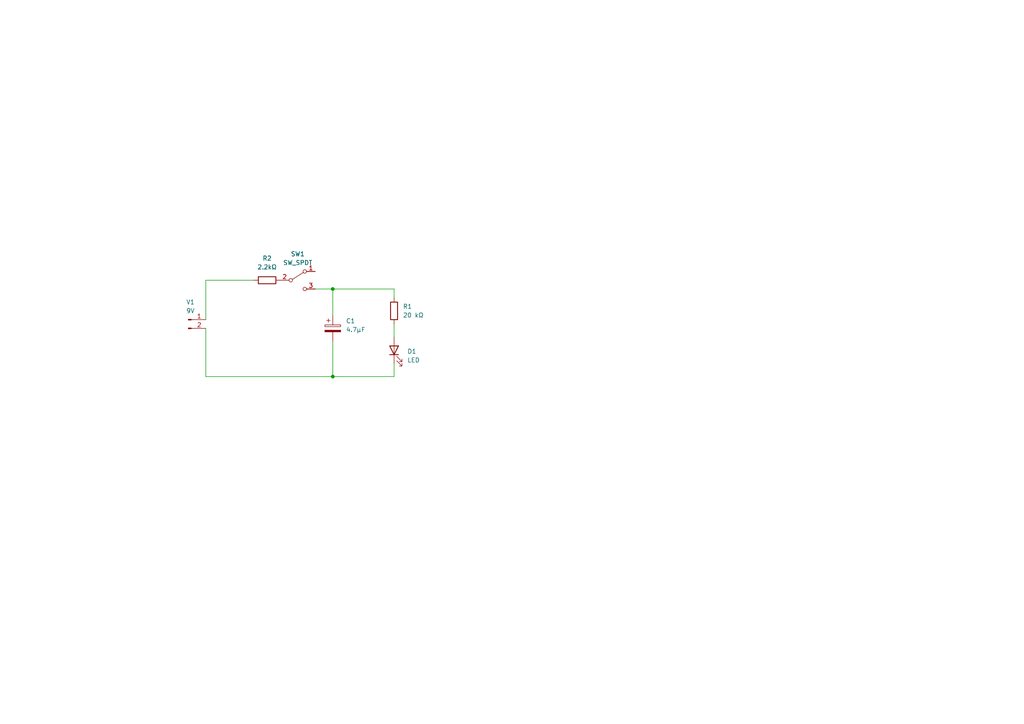
<source format=kicad_sch>
(kicad_sch (version 20211123) (generator eeschema)
  (paper "A4")
  (lib_symbols
    (symbol "Connector:Conn_01x02_Male" (pin_names (offset 1.016) hide)
      (property "Reference" "J" (at 0 2.54 0))
      (property "Value" "Conn_01x02_Male" (at 0 -5.08 0))
      (symbol "Conn_01x02_Male_1_1"
        (polyline (pts (xy 1.27 -2.54) (xy 0.8636 -2.54)) (stroke (width 0.1524)))
        (polyline (pts (xy 1.27 0) (xy 0.8636 0)) (stroke (width 0.1524)))
        (rectangle (start 0.8636 -2.413) (end 0 -2.667) (stroke (width 0.1524)) (fill (type outline)))
        (rectangle (start 0.8636 0.127) (end 0 -0.127) (stroke (width 0.1524)) (fill (type outline)))
        (pin passive line (at 5.08 0 180) (length 3.81) (name "Pin_1") (number "1"))
        (pin passive line (at 5.08 -2.54 180) (length 3.81) (name "Pin_2") (number "2"))
      )
    )
    (symbol "Device:C_Polarized" (pin_numbers hide) (pin_names (offset 0.254))
      (property "Reference" "C" (at 0.635 2.54 0))
      (property "Value" "C_Polarized" (at 0.635 -2.54 0))
      (symbol "C_Polarized_0_1"
        (rectangle (start -2.286 0.508) (end 2.286 1.016))
        (polyline (pts (xy -1.778 2.286) (xy -0.762 2.286)))
        (polyline (pts (xy -1.27 2.794) (xy -1.27 1.778)))
        (rectangle (start 2.286 -0.508) (end -2.286 -1.016) (fill (type outline)))
      )
      (symbol "C_Polarized_1_1"
        (pin passive line (at 0 3.81 270) (length 2.794) (name "~") (number "1"))
        (pin passive line (at 0 -3.81 90) (length 2.794) (name "~") (number "2"))
      )
    )
    (symbol "Device:LED" (pin_numbers hide) (pin_names (offset 1.016) hide)
      (property "Reference" "D" (at 0 2.54 0))
      (property "Value" "LED" (at 0 -2.54 0))
      (symbol "LED_0_1"
        (polyline (pts (xy -1.27 -1.27) (xy -1.27 1.27)) (stroke (width 0.254)))
        (polyline (pts (xy -1.27 0) (xy 1.27 0)))
        (polyline (pts (xy 1.27 -1.27) (xy 1.27 1.27) (xy -1.27 0) (xy 1.27 -1.27)) (stroke (width 0.254)))
        (polyline (pts (xy -3.048 -0.762) (xy -4.572 -2.286) (xy -3.81 -2.286) (xy -4.572 -2.286) (xy -4.572 -1.524)))
        (polyline (pts (xy -1.778 -0.762) (xy -3.302 -2.286) (xy -2.54 -2.286) (xy -3.302 -2.286) (xy -3.302 -1.524)))
      )
      (symbol "LED_1_1"
        (pin passive line (at -3.81 0 0) (length 2.54) (name "K") (number "1"))
        (pin passive line (at 3.81 0 180) (length 2.54) (name "A") (number "2"))
      )
    )
    (symbol "Device:R" (pin_numbers hide) (pin_names (offset 0))
      (property "Reference" "R" (at 2.032 0 90))
      (property "Value" "R" (at 0 0 90))
      (symbol "R_0_1"
        (rectangle (start -1.016 -2.54) (end 1.016 2.54) (stroke (width 0.254)))
      )
      (symbol "R_1_1"
        (pin passive line (at 0 3.81 270) (length 1.27) (name "~") (number "1"))
        (pin passive line (at 0 -3.81 90) (length 1.27) (name "~") (number "2"))
      )
    )
    (symbol "Switch:SW_SPDT" (pin_names (offset 0) hide)
      (property "Reference" "SW" (at 0 4.318 0))
      (property "Value" "SW_SPDT" (at 0 -5.08 0))
      (symbol "SW_SPDT_0_0"
        (circle (center -2.032 0) (radius 0.508))
        (circle (center 2.032 -2.54) (radius 0.508))
      )
      (symbol "SW_SPDT_0_1"
        (polyline (pts (xy -1.524 0.254) (xy 1.651 2.286)))
        (circle (center 2.032 2.54) (radius 0.508))
      )
      (symbol "SW_SPDT_1_1"
        (pin passive line (at 5.08 2.54 180) (length 2.54) (name "A") (number "1"))
        (pin passive line (at -5.08 0 0) (length 2.54) (name "B") (number "2"))
        (pin passive line (at 5.08 -2.54 180) (length 2.54) (name "C") (number "3"))
      )
    )
  )
  (junction (at 96.52 83.82))
  (junction (at 96.52 109.22))
  (wire (pts (xy 114.3 83.82) (xy 114.3 86.36)))
  (wire (pts (xy 96.52 83.82) (xy 96.52 91.44)))
  (wire (pts (xy 59.69 95.25) (xy 59.69 109.22)))
  (wire (pts (xy 114.3 93.98) (xy 114.3 97.79)))
  (wire (pts (xy 59.69 109.22) (xy 96.52 109.22)))
  (wire (pts (xy 114.3 109.22) (xy 114.3 105.41)))
  (wire (pts (xy 96.52 83.82) (xy 114.3 83.82)))
  (wire (pts (xy 59.69 92.71) (xy 59.69 81.28)))
  (wire (pts (xy 59.69 81.28) (xy 73.66 81.28)))
  (wire (pts (xy 96.52 109.22) (xy 114.3 109.22)))
  (wire (pts (xy 91.44 83.82) (xy 96.52 83.82)))
  (wire (pts (xy 96.52 99.06) (xy 96.52 109.22)))
  (symbol (lib_id "Switch:SW_SPDT") (at 86.36 81.28 0) (unit 1)
    (property "Reference" "SW1" (at 86.36 73.66 0))
    (property "Value" "SW_SPDT" (at 86.36 76.2 0))
    (property "Footprint" "Button_Switch_THT:SW_E-Switch_EG1224_SPDT_Angled" (effects hide))
  )
  (symbol (lib_id "Device:R") (at 77.47 81.28 90) (unit 1)
    (property "Reference" "R2" (at 77.47 74.93 90))
    (property "Value" "2.2kΩ" (at 77.47 77.47 90))
    (property "Footprint" "Resistor_THT:R_Axial_DIN0516_L15.5mm_D5.0mm_P20.32mm_Horizontal" (effects hide))
  )
  (symbol (lib_id "Device:C_Polarized") (at 96.52 95.25 0) (unit 1)
    (property "Reference" "C1" (at 100.33 93.0909 0) (effects (justify left)))
    (property "Value" "4.7μF" (at 100.33 95.6309 0) (effects (justify left)))
    (property "Footprint" "Capacitor_THT:C_Radial_D5.0mm_H5.0mm_P2.00mm" (effects hide))
  )
  (symbol (lib_id "Device:LED") (at 114.3 101.6 90) (unit 1)
    (property "Reference" "D1" (at 118.11 101.9174 90) (effects (justify right)))
    (property "Value" "LED" (at 118.11 104.4574 90) (effects (justify right)))
    (property "Footprint" "LED_THT:LED_D5.0mm" (effects hide))
  )
  (symbol (lib_id "Device:R") (at 114.3 90.17 180) (unit 1)
    (property "Reference" "R1" (at 116.84 88.8999 0) (effects (justify right)))
    (property "Value" "20 kΩ" (at 116.84 91.4399 0) (effects (justify right)))
    (property "Footprint" "Resistor_THT:R_Axial_DIN0516_L15.5mm_D5.0mm_P20.32mm_Horizontal" (effects hide))
  )
  (symbol (lib_id "Connector:Conn_01x02_Male") (at 54.61 92.71 0) (unit 1)
    (property "Reference" "V1" (at 55.245 87.63 0))
    (property "Value" "9V" (at 55.245 90.17 0))
    (property "Footprint" "Connector_JST:JST_PH_B2B-PH-K_1x02_P2.00mm_Vertical" (effects hide))
  )
)
</source>
